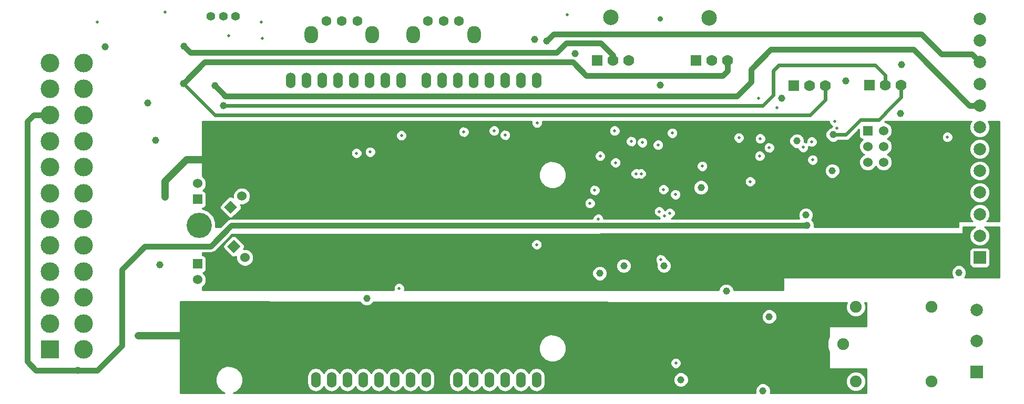
<source format=gbr>
G04 (created by PCBNEW (2013-07-07 BZR 4022)-stable) date 18/03/2014 19:28:15*
%MOIN*%
G04 Gerber Fmt 3.4, Leading zero omitted, Abs format*
%FSLAX34Y34*%
G01*
G70*
G90*
G04 APERTURE LIST*
%ADD10C,0.006*%
%ADD11C,0.0984252*%
%ADD12R,0.06X0.06*%
%ADD13C,0.06*%
%ADD14R,0.0787402X0.0787402*%
%ADD15C,0.0787402*%
%ADD16R,0.11811X0.11811*%
%ADD17C,0.11811*%
%ADD18C,0.0551181*%
%ADD19O,0.0866142X0.110236*%
%ADD20C,0.0629921*%
%ADD21C,0.075*%
%ADD22O,0.06X0.1*%
%ADD23C,0.16*%
%ADD24C,0.07*%
%ADD25R,0.07X0.07*%
%ADD26C,0.046*%
%ADD27C,0.02*%
%ADD28C,0.035*%
%ADD29C,0.036*%
%ADD30C,0.048*%
%ADD31C,0.024*%
%ADD32C,0.01*%
G04 APERTURE END LIST*
G54D10*
G54D11*
X95650Y-39550D03*
G54D12*
X105700Y-46700D03*
G54D13*
X106700Y-46700D03*
X105700Y-47700D03*
X106700Y-47700D03*
X105700Y-48700D03*
X106700Y-48700D03*
G54D14*
X112600Y-62000D03*
G54D15*
X112600Y-60031D03*
X112600Y-58062D03*
G54D14*
X112800Y-54750D03*
G54D15*
X112800Y-53372D03*
X112800Y-51994D03*
X112800Y-50616D03*
X112800Y-49238D03*
X112800Y-47860D03*
X112800Y-46482D03*
X112800Y-45104D03*
X112800Y-43726D03*
X112800Y-42348D03*
X112800Y-40970D03*
X112800Y-39592D03*
G54D16*
X53824Y-60588D03*
G54D17*
X53824Y-58935D03*
X53824Y-57281D03*
X53824Y-55628D03*
X53824Y-53974D03*
X53824Y-52321D03*
X53824Y-50667D03*
X53824Y-49014D03*
X53824Y-47360D03*
X53824Y-45707D03*
X53824Y-44053D03*
X53824Y-42400D03*
X55989Y-60588D03*
X55989Y-58935D03*
X55989Y-57281D03*
X55989Y-55628D03*
X55989Y-53974D03*
X55938Y-52321D03*
X55989Y-50667D03*
X55989Y-49014D03*
X55989Y-47360D03*
X55989Y-45707D03*
X55989Y-44053D03*
X55989Y-42400D03*
G54D18*
X65623Y-39425D03*
X64835Y-39425D03*
X64048Y-39425D03*
G54D19*
X80729Y-40616D03*
X76870Y-40616D03*
G54D20*
X78800Y-39750D03*
X79784Y-39750D03*
X77815Y-39750D03*
G54D19*
X74279Y-40616D03*
X70420Y-40616D03*
G54D20*
X72350Y-39750D03*
X73334Y-39750D03*
X71365Y-39750D03*
G54D21*
X104150Y-60250D03*
X104940Y-57890D03*
X109740Y-57890D03*
X109740Y-62610D03*
X104940Y-62610D03*
G54D22*
X84700Y-62500D03*
X84700Y-43500D03*
X83700Y-43500D03*
X82700Y-43500D03*
X81700Y-43500D03*
X80700Y-43500D03*
X79700Y-43500D03*
X78700Y-43500D03*
X77700Y-43500D03*
X76100Y-43500D03*
X75100Y-43500D03*
X74100Y-43500D03*
X73100Y-43500D03*
X72100Y-43500D03*
X71100Y-43500D03*
X70100Y-43500D03*
X69100Y-43500D03*
X83700Y-62500D03*
X82700Y-62500D03*
X81700Y-62500D03*
X80700Y-62500D03*
X79700Y-62500D03*
X77700Y-62500D03*
X76700Y-62500D03*
X75700Y-62500D03*
X74700Y-62500D03*
X73700Y-62500D03*
X72700Y-62500D03*
X71700Y-62500D03*
X70700Y-62500D03*
G54D23*
X63300Y-52700D03*
G54D12*
X63200Y-55150D03*
G54D13*
X63200Y-56150D03*
G54D10*
G36*
X65072Y-54046D02*
X65496Y-53622D01*
X65920Y-54046D01*
X65496Y-54470D01*
X65072Y-54046D01*
X65072Y-54046D01*
G37*
G54D13*
X66203Y-54753D03*
G54D12*
X63200Y-51050D03*
G54D13*
X63200Y-50050D03*
G54D10*
G36*
X65296Y-51977D02*
X64872Y-51553D01*
X65296Y-51129D01*
X65720Y-51553D01*
X65296Y-51977D01*
X65296Y-51977D01*
G37*
G54D13*
X66003Y-50846D03*
G54D11*
X89400Y-39500D03*
G54D24*
X89525Y-42250D03*
X90525Y-42250D03*
G54D25*
X88525Y-42250D03*
G54D24*
X106800Y-43800D03*
X107800Y-43800D03*
G54D25*
X105800Y-43800D03*
G54D24*
X102000Y-43825D03*
X103000Y-43825D03*
G54D25*
X101000Y-43825D03*
G54D24*
X95800Y-42250D03*
X96800Y-42250D03*
G54D25*
X94800Y-42250D03*
G54D26*
X101825Y-52700D03*
X55600Y-61900D03*
X77700Y-59325D03*
X101000Y-59650D03*
X59450Y-59700D03*
X62300Y-43700D03*
G54D27*
X56825Y-39800D03*
G54D26*
X85350Y-41000D03*
G54D28*
X88500Y-54950D03*
G54D26*
X64300Y-43850D03*
X60800Y-55200D03*
X65300Y-55450D03*
G54D27*
X91950Y-47525D03*
X90000Y-51450D03*
X108700Y-47100D03*
G54D26*
X61150Y-50900D03*
X57350Y-41375D03*
X64850Y-45100D03*
X87125Y-41800D03*
X62350Y-41350D03*
G54D27*
X93500Y-50750D03*
X84725Y-46200D03*
X98775Y-44625D03*
X84700Y-53925D03*
X74150Y-48050D03*
X73275Y-48125D03*
X93525Y-61450D03*
X88600Y-52300D03*
X88375Y-50475D03*
X67225Y-39800D03*
X67300Y-40825D03*
X76125Y-47000D03*
X82000Y-46700D03*
X93150Y-51925D03*
X92750Y-50425D03*
X80075Y-46775D03*
X88075Y-51300D03*
X82700Y-46975D03*
X92800Y-52100D03*
G54D26*
X90225Y-55275D03*
X96725Y-56875D03*
G54D27*
X92575Y-54875D03*
X86625Y-39350D03*
G54D26*
X84575Y-40900D03*
G54D27*
X93300Y-46850D03*
X91400Y-47450D03*
X90700Y-47375D03*
X102150Y-47400D03*
G54D26*
X100250Y-44650D03*
X104300Y-43550D03*
G54D27*
X88725Y-48300D03*
X89650Y-46700D03*
X95200Y-48950D03*
X99950Y-45225D03*
X92475Y-51825D03*
X89700Y-48725D03*
G54D26*
X101775Y-52050D03*
X95125Y-50300D03*
G54D27*
X110750Y-47100D03*
G54D26*
X103450Y-49250D03*
X107850Y-42500D03*
X101200Y-47350D03*
X107775Y-45600D03*
X103500Y-46950D03*
X60050Y-44950D03*
G54D27*
X61150Y-39175D03*
X75975Y-56700D03*
G54D26*
X73925Y-57325D03*
X60550Y-47300D03*
X88700Y-55750D03*
X111475Y-55700D03*
X92775Y-55275D03*
X92550Y-43800D03*
G54D28*
X92525Y-39600D03*
G54D27*
X65175Y-40675D03*
G54D26*
X99450Y-58500D03*
G54D27*
X99450Y-47775D03*
X98875Y-47200D03*
X91325Y-49425D03*
X92400Y-47600D03*
X91000Y-49425D03*
X103600Y-46100D03*
X101600Y-47750D03*
X103750Y-46550D03*
X98250Y-49925D03*
X98850Y-48300D03*
X97525Y-47150D03*
X102200Y-48550D03*
G54D26*
X93850Y-62500D03*
X99050Y-63200D03*
G54D29*
X59875Y-54025D02*
X59425Y-54475D01*
X64025Y-54025D02*
X59875Y-54025D01*
X65350Y-52700D02*
X64025Y-54025D01*
X100550Y-52700D02*
X65350Y-52700D01*
X101825Y-52700D02*
X100550Y-52700D01*
X52792Y-45707D02*
X52400Y-46100D01*
X52400Y-46100D02*
X52400Y-61350D01*
X52400Y-61350D02*
X52950Y-61900D01*
X53824Y-45707D02*
X52792Y-45707D01*
X55400Y-61900D02*
X55600Y-61900D01*
X52950Y-61900D02*
X55400Y-61900D01*
X55600Y-61900D02*
X56850Y-61900D01*
X56850Y-61900D02*
X58400Y-60350D01*
X58400Y-60350D02*
X58400Y-55500D01*
X58400Y-55500D02*
X59425Y-54475D01*
X59425Y-54475D02*
X59850Y-54050D01*
X59850Y-54050D02*
X59850Y-54050D01*
G54D30*
X59450Y-59700D02*
X63450Y-59700D01*
G54D31*
X100150Y-45700D02*
X102025Y-45700D01*
X62300Y-43700D02*
X64300Y-45700D01*
X100150Y-45700D02*
X64300Y-45700D01*
X103000Y-44725D02*
X103000Y-43825D01*
X102025Y-45700D02*
X103000Y-44725D01*
G54D29*
X96800Y-42900D02*
X96800Y-42250D01*
X96500Y-43200D02*
X96800Y-42900D01*
X63650Y-42350D02*
X87000Y-42350D01*
X62300Y-43700D02*
X63650Y-42350D01*
X87000Y-42350D02*
X87850Y-43200D01*
X87850Y-43200D02*
X96500Y-43200D01*
X112301Y-41850D02*
X112800Y-42348D01*
X110375Y-41850D02*
X112301Y-41850D01*
X109100Y-40575D02*
X110375Y-41850D01*
X85775Y-40575D02*
X109100Y-40575D01*
X85350Y-41000D02*
X85775Y-40575D01*
X64825Y-44375D02*
X64300Y-43850D01*
X64950Y-44500D02*
X64825Y-44375D01*
X97400Y-44500D02*
X64950Y-44500D01*
X98300Y-43600D02*
X97400Y-44500D01*
X98300Y-42800D02*
X98300Y-43600D01*
X99550Y-41550D02*
X98300Y-42800D01*
X108600Y-41550D02*
X99550Y-41550D01*
X112154Y-45104D02*
X108600Y-41550D01*
X112800Y-45104D02*
X112154Y-45104D01*
G54D30*
X61150Y-50900D02*
X61150Y-49900D01*
X62500Y-48550D02*
X64275Y-48550D01*
X61150Y-49900D02*
X62500Y-48550D01*
G54D31*
X100550Y-42550D02*
X106175Y-42550D01*
X99050Y-45100D02*
X99700Y-44450D01*
X99700Y-44450D02*
X99700Y-42900D01*
X99700Y-42900D02*
X100050Y-42550D01*
X100550Y-42550D02*
X100050Y-42550D01*
X64850Y-45100D02*
X99050Y-45100D01*
X106800Y-43175D02*
X106800Y-43800D01*
X106175Y-42550D02*
X106800Y-43175D01*
G54D29*
X89525Y-42250D02*
X89525Y-41900D01*
X86575Y-41150D02*
X85975Y-41750D01*
X88775Y-41150D02*
X86575Y-41150D01*
X89525Y-41900D02*
X88775Y-41150D01*
X62350Y-41350D02*
X62750Y-41750D01*
X62750Y-41750D02*
X85975Y-41750D01*
G54D31*
X101850Y-43950D02*
X102000Y-43800D01*
X106800Y-45600D02*
X106800Y-45575D01*
X104300Y-46950D02*
X105250Y-46000D01*
X105250Y-46000D02*
X106400Y-46000D01*
X106400Y-46000D02*
X106800Y-45600D01*
X103500Y-46950D02*
X104300Y-46950D01*
X107800Y-44575D02*
X107800Y-43800D01*
X106800Y-45575D02*
X107800Y-44575D01*
G54D10*
G36*
X114030Y-52450D02*
X113254Y-52450D01*
X113345Y-52359D01*
X113443Y-52122D01*
X113443Y-51866D01*
X113443Y-50488D01*
X113443Y-49110D01*
X113443Y-47732D01*
X113346Y-47496D01*
X113165Y-47314D01*
X112928Y-47216D01*
X112672Y-47216D01*
X112435Y-47314D01*
X112254Y-47495D01*
X112156Y-47731D01*
X112156Y-47987D01*
X112253Y-48224D01*
X112434Y-48405D01*
X112671Y-48503D01*
X112927Y-48504D01*
X113164Y-48406D01*
X113345Y-48225D01*
X113443Y-47988D01*
X113443Y-47732D01*
X113443Y-49110D01*
X113346Y-48874D01*
X113165Y-48692D01*
X112928Y-48594D01*
X112672Y-48594D01*
X112435Y-48692D01*
X112254Y-48873D01*
X112156Y-49109D01*
X112156Y-49365D01*
X112253Y-49602D01*
X112434Y-49783D01*
X112671Y-49881D01*
X112927Y-49882D01*
X113164Y-49784D01*
X113345Y-49603D01*
X113443Y-49366D01*
X113443Y-49110D01*
X113443Y-50488D01*
X113346Y-50251D01*
X113165Y-50070D01*
X112928Y-49972D01*
X112672Y-49972D01*
X112435Y-50070D01*
X112254Y-50251D01*
X112156Y-50487D01*
X112156Y-50743D01*
X112253Y-50980D01*
X112434Y-51161D01*
X112671Y-51259D01*
X112927Y-51259D01*
X113164Y-51162D01*
X113345Y-50981D01*
X113443Y-50744D01*
X113443Y-50488D01*
X113443Y-51866D01*
X113346Y-51629D01*
X113165Y-51448D01*
X112928Y-51350D01*
X112672Y-51350D01*
X112435Y-51448D01*
X112254Y-51628D01*
X112156Y-51865D01*
X112156Y-52121D01*
X112253Y-52358D01*
X112345Y-52450D01*
X111425Y-52450D01*
X111425Y-52800D01*
X111100Y-52800D01*
X111100Y-47030D01*
X111046Y-46902D01*
X110948Y-46803D01*
X110819Y-46750D01*
X110680Y-46749D01*
X110552Y-46803D01*
X110453Y-46901D01*
X110400Y-47030D01*
X110399Y-47169D01*
X110453Y-47298D01*
X110551Y-47396D01*
X110680Y-47449D01*
X110819Y-47450D01*
X110948Y-47396D01*
X111046Y-47298D01*
X111099Y-47169D01*
X111100Y-47030D01*
X111100Y-52800D01*
X103930Y-52800D01*
X103930Y-49154D01*
X103857Y-48978D01*
X103722Y-48843D01*
X103545Y-48770D01*
X103354Y-48769D01*
X103178Y-48842D01*
X103043Y-48977D01*
X102970Y-49154D01*
X102969Y-49345D01*
X103042Y-49521D01*
X103177Y-49656D01*
X103354Y-49729D01*
X103545Y-49730D01*
X103721Y-49657D01*
X103856Y-49522D01*
X103929Y-49345D01*
X103930Y-49154D01*
X103930Y-52800D01*
X102550Y-52800D01*
X102550Y-48480D01*
X102500Y-48359D01*
X102500Y-47330D01*
X102446Y-47202D01*
X102348Y-47103D01*
X102219Y-47050D01*
X102080Y-47049D01*
X101952Y-47103D01*
X101853Y-47201D01*
X101800Y-47330D01*
X101799Y-47454D01*
X101798Y-47453D01*
X101679Y-47404D01*
X101680Y-47254D01*
X101607Y-47078D01*
X101472Y-46943D01*
X101295Y-46870D01*
X101104Y-46869D01*
X100928Y-46942D01*
X100793Y-47077D01*
X100720Y-47254D01*
X100719Y-47445D01*
X100792Y-47621D01*
X100927Y-47756D01*
X101104Y-47829D01*
X101254Y-47830D01*
X101303Y-47948D01*
X101401Y-48046D01*
X101530Y-48099D01*
X101669Y-48100D01*
X101798Y-48046D01*
X101896Y-47948D01*
X101949Y-47819D01*
X101950Y-47695D01*
X101951Y-47696D01*
X102080Y-47749D01*
X102219Y-47750D01*
X102348Y-47696D01*
X102446Y-47598D01*
X102499Y-47469D01*
X102500Y-47330D01*
X102500Y-48359D01*
X102496Y-48352D01*
X102398Y-48253D01*
X102269Y-48200D01*
X102130Y-48199D01*
X102002Y-48253D01*
X101903Y-48351D01*
X101850Y-48480D01*
X101849Y-48619D01*
X101903Y-48748D01*
X102001Y-48846D01*
X102130Y-48899D01*
X102269Y-48900D01*
X102398Y-48846D01*
X102496Y-48748D01*
X102549Y-48619D01*
X102550Y-48480D01*
X102550Y-52800D01*
X102303Y-52800D01*
X102304Y-52795D01*
X102305Y-52604D01*
X102232Y-52428D01*
X102153Y-52350D01*
X102181Y-52322D01*
X102254Y-52145D01*
X102255Y-51954D01*
X102182Y-51778D01*
X102047Y-51643D01*
X101870Y-51570D01*
X101679Y-51569D01*
X101503Y-51642D01*
X101368Y-51777D01*
X101295Y-51954D01*
X101294Y-52145D01*
X101346Y-52270D01*
X100550Y-52270D01*
X99800Y-52270D01*
X99800Y-47705D01*
X99746Y-47577D01*
X99648Y-47478D01*
X99519Y-47425D01*
X99380Y-47424D01*
X99252Y-47478D01*
X99225Y-47505D01*
X99225Y-47130D01*
X99171Y-47002D01*
X99073Y-46903D01*
X98944Y-46850D01*
X98805Y-46849D01*
X98677Y-46903D01*
X98578Y-47001D01*
X98525Y-47130D01*
X98524Y-47269D01*
X98578Y-47398D01*
X98676Y-47496D01*
X98805Y-47549D01*
X98944Y-47550D01*
X99073Y-47496D01*
X99171Y-47398D01*
X99224Y-47269D01*
X99225Y-47130D01*
X99225Y-47505D01*
X99153Y-47576D01*
X99100Y-47705D01*
X99099Y-47844D01*
X99153Y-47973D01*
X99251Y-48071D01*
X99380Y-48124D01*
X99519Y-48125D01*
X99648Y-48071D01*
X99746Y-47973D01*
X99799Y-47844D01*
X99800Y-47705D01*
X99800Y-52270D01*
X99200Y-52270D01*
X99200Y-48230D01*
X99146Y-48102D01*
X99048Y-48003D01*
X98919Y-47950D01*
X98780Y-47949D01*
X98652Y-48003D01*
X98553Y-48101D01*
X98500Y-48230D01*
X98499Y-48369D01*
X98553Y-48498D01*
X98651Y-48596D01*
X98780Y-48649D01*
X98919Y-48650D01*
X99048Y-48596D01*
X99146Y-48498D01*
X99199Y-48369D01*
X99200Y-48230D01*
X99200Y-52270D01*
X98600Y-52270D01*
X98600Y-49855D01*
X98546Y-49727D01*
X98448Y-49628D01*
X98319Y-49575D01*
X98180Y-49574D01*
X98052Y-49628D01*
X97953Y-49726D01*
X97900Y-49855D01*
X97899Y-49994D01*
X97953Y-50123D01*
X98051Y-50221D01*
X98180Y-50274D01*
X98319Y-50275D01*
X98448Y-50221D01*
X98546Y-50123D01*
X98599Y-49994D01*
X98600Y-49855D01*
X98600Y-52270D01*
X97875Y-52270D01*
X97875Y-47080D01*
X97821Y-46952D01*
X97723Y-46853D01*
X97594Y-46800D01*
X97455Y-46799D01*
X97327Y-46853D01*
X97228Y-46951D01*
X97175Y-47080D01*
X97174Y-47219D01*
X97228Y-47348D01*
X97326Y-47446D01*
X97455Y-47499D01*
X97594Y-47500D01*
X97723Y-47446D01*
X97821Y-47348D01*
X97874Y-47219D01*
X97875Y-47080D01*
X97875Y-52270D01*
X95605Y-52270D01*
X95605Y-50204D01*
X95550Y-50071D01*
X95550Y-48880D01*
X95496Y-48752D01*
X95398Y-48653D01*
X95269Y-48600D01*
X95130Y-48599D01*
X95002Y-48653D01*
X94903Y-48751D01*
X94850Y-48880D01*
X94849Y-49019D01*
X94903Y-49148D01*
X95001Y-49246D01*
X95130Y-49299D01*
X95269Y-49300D01*
X95398Y-49246D01*
X95496Y-49148D01*
X95549Y-49019D01*
X95550Y-48880D01*
X95550Y-50071D01*
X95532Y-50028D01*
X95397Y-49893D01*
X95220Y-49820D01*
X95029Y-49819D01*
X94853Y-49892D01*
X94718Y-50027D01*
X94645Y-50204D01*
X94644Y-50395D01*
X94717Y-50571D01*
X94852Y-50706D01*
X95029Y-50779D01*
X95220Y-50780D01*
X95396Y-50707D01*
X95531Y-50572D01*
X95604Y-50395D01*
X95605Y-50204D01*
X95605Y-52270D01*
X93850Y-52270D01*
X93850Y-50680D01*
X93796Y-50552D01*
X93698Y-50453D01*
X93650Y-50433D01*
X93650Y-46780D01*
X93596Y-46652D01*
X93498Y-46553D01*
X93369Y-46500D01*
X93230Y-46499D01*
X93102Y-46553D01*
X93003Y-46651D01*
X92950Y-46780D01*
X92949Y-46919D01*
X93003Y-47048D01*
X93101Y-47146D01*
X93230Y-47199D01*
X93369Y-47200D01*
X93498Y-47146D01*
X93596Y-47048D01*
X93649Y-46919D01*
X93650Y-46780D01*
X93650Y-50433D01*
X93569Y-50400D01*
X93430Y-50399D01*
X93302Y-50453D01*
X93203Y-50551D01*
X93150Y-50680D01*
X93149Y-50819D01*
X93203Y-50948D01*
X93301Y-51046D01*
X93430Y-51099D01*
X93569Y-51100D01*
X93698Y-51046D01*
X93796Y-50948D01*
X93849Y-50819D01*
X93850Y-50680D01*
X93850Y-52270D01*
X93231Y-52270D01*
X93348Y-52221D01*
X93446Y-52123D01*
X93499Y-51994D01*
X93500Y-51855D01*
X93446Y-51727D01*
X93348Y-51628D01*
X93219Y-51575D01*
X93100Y-51574D01*
X93100Y-50355D01*
X93046Y-50227D01*
X92948Y-50128D01*
X92819Y-50075D01*
X92750Y-50074D01*
X92750Y-47530D01*
X92696Y-47402D01*
X92598Y-47303D01*
X92469Y-47250D01*
X92330Y-47249D01*
X92202Y-47303D01*
X92103Y-47401D01*
X92050Y-47530D01*
X92049Y-47669D01*
X92103Y-47798D01*
X92201Y-47896D01*
X92330Y-47949D01*
X92469Y-47950D01*
X92598Y-47896D01*
X92696Y-47798D01*
X92749Y-47669D01*
X92750Y-47530D01*
X92750Y-50074D01*
X92680Y-50074D01*
X92552Y-50128D01*
X92453Y-50226D01*
X92400Y-50355D01*
X92399Y-50494D01*
X92453Y-50623D01*
X92551Y-50721D01*
X92680Y-50774D01*
X92819Y-50775D01*
X92948Y-50721D01*
X93046Y-50623D01*
X93099Y-50494D01*
X93100Y-50355D01*
X93100Y-51574D01*
X93080Y-51574D01*
X92952Y-51628D01*
X92853Y-51726D01*
X92843Y-51750D01*
X92822Y-51750D01*
X92771Y-51627D01*
X92673Y-51528D01*
X92544Y-51475D01*
X92405Y-51474D01*
X92277Y-51528D01*
X92178Y-51626D01*
X92125Y-51755D01*
X92124Y-51894D01*
X92178Y-52023D01*
X92276Y-52121D01*
X92405Y-52174D01*
X92452Y-52174D01*
X92491Y-52270D01*
X91750Y-52270D01*
X91750Y-47380D01*
X91696Y-47252D01*
X91598Y-47153D01*
X91469Y-47100D01*
X91330Y-47099D01*
X91202Y-47153D01*
X91103Y-47251D01*
X91050Y-47380D01*
X91050Y-47305D01*
X90996Y-47177D01*
X90898Y-47078D01*
X90769Y-47025D01*
X90630Y-47024D01*
X90502Y-47078D01*
X90403Y-47176D01*
X90350Y-47305D01*
X90349Y-47444D01*
X90403Y-47573D01*
X90501Y-47671D01*
X90630Y-47724D01*
X90769Y-47725D01*
X90898Y-47671D01*
X90996Y-47573D01*
X91049Y-47444D01*
X91050Y-47305D01*
X91050Y-47380D01*
X91049Y-47519D01*
X91103Y-47648D01*
X91201Y-47746D01*
X91330Y-47799D01*
X91469Y-47800D01*
X91598Y-47746D01*
X91696Y-47648D01*
X91749Y-47519D01*
X91750Y-47380D01*
X91750Y-52270D01*
X91675Y-52270D01*
X91675Y-49355D01*
X91621Y-49227D01*
X91523Y-49128D01*
X91394Y-49075D01*
X91255Y-49074D01*
X91162Y-49113D01*
X91069Y-49075D01*
X90930Y-49074D01*
X90802Y-49128D01*
X90703Y-49226D01*
X90650Y-49355D01*
X90649Y-49494D01*
X90703Y-49623D01*
X90801Y-49721D01*
X90930Y-49774D01*
X91069Y-49775D01*
X91162Y-49736D01*
X91255Y-49774D01*
X91394Y-49775D01*
X91523Y-49721D01*
X91621Y-49623D01*
X91674Y-49494D01*
X91675Y-49355D01*
X91675Y-52270D01*
X90050Y-52270D01*
X90050Y-48655D01*
X90000Y-48534D01*
X90000Y-46630D01*
X89946Y-46502D01*
X89848Y-46403D01*
X89719Y-46350D01*
X89580Y-46349D01*
X89452Y-46403D01*
X89353Y-46501D01*
X89300Y-46630D01*
X89299Y-46769D01*
X89353Y-46898D01*
X89451Y-46996D01*
X89580Y-47049D01*
X89719Y-47050D01*
X89848Y-46996D01*
X89946Y-46898D01*
X89999Y-46769D01*
X90000Y-46630D01*
X90000Y-48534D01*
X89996Y-48527D01*
X89898Y-48428D01*
X89769Y-48375D01*
X89630Y-48374D01*
X89502Y-48428D01*
X89403Y-48526D01*
X89350Y-48655D01*
X89349Y-48794D01*
X89403Y-48923D01*
X89501Y-49021D01*
X89630Y-49074D01*
X89769Y-49075D01*
X89898Y-49021D01*
X89996Y-48923D01*
X90049Y-48794D01*
X90050Y-48655D01*
X90050Y-52270D01*
X89075Y-52270D01*
X89075Y-48230D01*
X89021Y-48102D01*
X88923Y-48003D01*
X88794Y-47950D01*
X88655Y-47949D01*
X88527Y-48003D01*
X88428Y-48101D01*
X88375Y-48230D01*
X88374Y-48369D01*
X88428Y-48498D01*
X88526Y-48596D01*
X88655Y-48649D01*
X88794Y-48650D01*
X88923Y-48596D01*
X89021Y-48498D01*
X89074Y-48369D01*
X89075Y-48230D01*
X89075Y-52270D01*
X88950Y-52270D01*
X88950Y-52230D01*
X88896Y-52102D01*
X88798Y-52003D01*
X88725Y-51972D01*
X88725Y-50405D01*
X88671Y-50277D01*
X88573Y-50178D01*
X88444Y-50125D01*
X88305Y-50124D01*
X88177Y-50178D01*
X88078Y-50276D01*
X88025Y-50405D01*
X88024Y-50544D01*
X88078Y-50673D01*
X88176Y-50771D01*
X88305Y-50824D01*
X88444Y-50825D01*
X88573Y-50771D01*
X88671Y-50673D01*
X88724Y-50544D01*
X88725Y-50405D01*
X88725Y-51972D01*
X88669Y-51950D01*
X88530Y-51949D01*
X88425Y-51993D01*
X88425Y-51230D01*
X88371Y-51102D01*
X88273Y-51003D01*
X88144Y-50950D01*
X88005Y-50949D01*
X87877Y-51003D01*
X87778Y-51101D01*
X87725Y-51230D01*
X87724Y-51369D01*
X87778Y-51498D01*
X87876Y-51596D01*
X88005Y-51649D01*
X88144Y-51650D01*
X88273Y-51596D01*
X88371Y-51498D01*
X88424Y-51369D01*
X88425Y-51230D01*
X88425Y-51993D01*
X88402Y-52003D01*
X88303Y-52101D01*
X88250Y-52230D01*
X88250Y-52270D01*
X86575Y-52270D01*
X86575Y-49326D01*
X86442Y-49005D01*
X86196Y-48758D01*
X85874Y-48625D01*
X85526Y-48624D01*
X85205Y-48757D01*
X84958Y-49003D01*
X84825Y-49325D01*
X84824Y-49673D01*
X84957Y-49995D01*
X85203Y-50241D01*
X85525Y-50374D01*
X85873Y-50375D01*
X86195Y-50242D01*
X86441Y-49996D01*
X86574Y-49674D01*
X86575Y-49326D01*
X86575Y-52270D01*
X83050Y-52270D01*
X83050Y-46905D01*
X82996Y-46777D01*
X82898Y-46678D01*
X82769Y-46625D01*
X82630Y-46624D01*
X82502Y-46678D01*
X82403Y-46776D01*
X82350Y-46905D01*
X82350Y-46630D01*
X82296Y-46502D01*
X82198Y-46403D01*
X82069Y-46350D01*
X81930Y-46349D01*
X81802Y-46403D01*
X81703Y-46501D01*
X81650Y-46630D01*
X81649Y-46769D01*
X81703Y-46898D01*
X81801Y-46996D01*
X81930Y-47049D01*
X82069Y-47050D01*
X82198Y-46996D01*
X82296Y-46898D01*
X82349Y-46769D01*
X82350Y-46630D01*
X82350Y-46905D01*
X82349Y-47044D01*
X82403Y-47173D01*
X82501Y-47271D01*
X82630Y-47324D01*
X82769Y-47325D01*
X82898Y-47271D01*
X82996Y-47173D01*
X83049Y-47044D01*
X83050Y-46905D01*
X83050Y-52270D01*
X80425Y-52270D01*
X80425Y-46705D01*
X80371Y-46577D01*
X80273Y-46478D01*
X80144Y-46425D01*
X80005Y-46424D01*
X79877Y-46478D01*
X79778Y-46576D01*
X79725Y-46705D01*
X79724Y-46844D01*
X79778Y-46973D01*
X79876Y-47071D01*
X80005Y-47124D01*
X80144Y-47125D01*
X80273Y-47071D01*
X80371Y-46973D01*
X80424Y-46844D01*
X80425Y-46705D01*
X80425Y-52270D01*
X76475Y-52270D01*
X76475Y-46930D01*
X76421Y-46802D01*
X76323Y-46703D01*
X76194Y-46650D01*
X76055Y-46649D01*
X75927Y-46703D01*
X75828Y-46801D01*
X75775Y-46930D01*
X75774Y-47069D01*
X75828Y-47198D01*
X75926Y-47296D01*
X76055Y-47349D01*
X76194Y-47350D01*
X76323Y-47296D01*
X76421Y-47198D01*
X76474Y-47069D01*
X76475Y-46930D01*
X76475Y-52270D01*
X74500Y-52270D01*
X74500Y-47980D01*
X74446Y-47852D01*
X74348Y-47753D01*
X74219Y-47700D01*
X74080Y-47699D01*
X73952Y-47753D01*
X73853Y-47851D01*
X73800Y-47980D01*
X73799Y-48119D01*
X73853Y-48248D01*
X73951Y-48346D01*
X74080Y-48399D01*
X74219Y-48400D01*
X74348Y-48346D01*
X74446Y-48248D01*
X74499Y-48119D01*
X74500Y-47980D01*
X74500Y-52270D01*
X73625Y-52270D01*
X73625Y-48055D01*
X73571Y-47927D01*
X73473Y-47828D01*
X73344Y-47775D01*
X73205Y-47774D01*
X73077Y-47828D01*
X72978Y-47926D01*
X72925Y-48055D01*
X72924Y-48194D01*
X72978Y-48323D01*
X73076Y-48421D01*
X73205Y-48474D01*
X73344Y-48475D01*
X73473Y-48421D01*
X73571Y-48323D01*
X73624Y-48194D01*
X73625Y-48055D01*
X73625Y-52270D01*
X66553Y-52270D01*
X66553Y-50737D01*
X66470Y-50535D01*
X66315Y-50380D01*
X66113Y-50296D01*
X65894Y-50296D01*
X65692Y-50379D01*
X65537Y-50534D01*
X65453Y-50736D01*
X65453Y-50932D01*
X65438Y-50917D01*
X65346Y-50879D01*
X65246Y-50879D01*
X65155Y-50917D01*
X65084Y-50987D01*
X64660Y-51411D01*
X64622Y-51503D01*
X64622Y-51603D01*
X64660Y-51694D01*
X64730Y-51765D01*
X65154Y-52189D01*
X65246Y-52227D01*
X65345Y-52227D01*
X65437Y-52189D01*
X65508Y-52119D01*
X65932Y-51695D01*
X65970Y-51603D01*
X65970Y-51504D01*
X65932Y-51412D01*
X65917Y-51396D01*
X66112Y-51396D01*
X66314Y-51312D01*
X66469Y-51158D01*
X66553Y-50956D01*
X66553Y-50737D01*
X66553Y-52270D01*
X65350Y-52270D01*
X65185Y-52302D01*
X65045Y-52395D01*
X64641Y-52800D01*
X64349Y-52800D01*
X64350Y-52492D01*
X64190Y-52106D01*
X63895Y-51810D01*
X63509Y-51650D01*
X63500Y-51650D01*
X63500Y-51600D01*
X63549Y-51600D01*
X63641Y-51562D01*
X63711Y-51491D01*
X63749Y-51399D01*
X63750Y-51300D01*
X63750Y-50700D01*
X63712Y-50608D01*
X63641Y-50538D01*
X63549Y-50500D01*
X63527Y-50500D01*
X63665Y-50361D01*
X63749Y-50159D01*
X63750Y-49941D01*
X63666Y-49738D01*
X63511Y-49584D01*
X63500Y-49579D01*
X63500Y-46100D01*
X84387Y-46100D01*
X84375Y-46130D01*
X84374Y-46269D01*
X84428Y-46398D01*
X84526Y-46496D01*
X84655Y-46549D01*
X84794Y-46550D01*
X84923Y-46496D01*
X85021Y-46398D01*
X85074Y-46269D01*
X85075Y-46130D01*
X85062Y-46100D01*
X103249Y-46100D01*
X103249Y-46169D01*
X103303Y-46298D01*
X103401Y-46396D01*
X103429Y-46408D01*
X103404Y-46470D01*
X103228Y-46542D01*
X103093Y-46677D01*
X103020Y-46854D01*
X103019Y-47045D01*
X103092Y-47221D01*
X103227Y-47356D01*
X103404Y-47429D01*
X103595Y-47430D01*
X103771Y-47357D01*
X103808Y-47320D01*
X104300Y-47320D01*
X104441Y-47291D01*
X104561Y-47211D01*
X105149Y-46623D01*
X105149Y-47049D01*
X105187Y-47141D01*
X105258Y-47211D01*
X105350Y-47249D01*
X105372Y-47249D01*
X105234Y-47388D01*
X105150Y-47590D01*
X105149Y-47808D01*
X105233Y-48011D01*
X105388Y-48165D01*
X105469Y-48199D01*
X105388Y-48233D01*
X105234Y-48388D01*
X105150Y-48590D01*
X105149Y-48808D01*
X105233Y-49011D01*
X105388Y-49165D01*
X105590Y-49249D01*
X105808Y-49250D01*
X106011Y-49166D01*
X106165Y-49011D01*
X106199Y-48930D01*
X106233Y-49011D01*
X106388Y-49165D01*
X106590Y-49249D01*
X106808Y-49250D01*
X107011Y-49166D01*
X107165Y-49011D01*
X107249Y-48809D01*
X107250Y-48591D01*
X107166Y-48388D01*
X107011Y-48234D01*
X106930Y-48200D01*
X107011Y-48166D01*
X107165Y-48011D01*
X107249Y-47809D01*
X107250Y-47591D01*
X107166Y-47388D01*
X107011Y-47234D01*
X106930Y-47200D01*
X107011Y-47166D01*
X107165Y-47011D01*
X107249Y-46809D01*
X107250Y-46591D01*
X107166Y-46388D01*
X107011Y-46234D01*
X106809Y-46150D01*
X106773Y-46150D01*
X106823Y-46100D01*
X112271Y-46100D01*
X112254Y-46117D01*
X112156Y-46353D01*
X112156Y-46609D01*
X112253Y-46846D01*
X112434Y-47027D01*
X112671Y-47125D01*
X112927Y-47126D01*
X113164Y-47028D01*
X113345Y-46847D01*
X113443Y-46610D01*
X113443Y-46354D01*
X113346Y-46118D01*
X113327Y-46100D01*
X114030Y-46100D01*
X114030Y-52450D01*
X114030Y-52450D01*
G37*
G54D32*
X114030Y-52450D02*
X113254Y-52450D01*
X113345Y-52359D01*
X113443Y-52122D01*
X113443Y-51866D01*
X113443Y-50488D01*
X113443Y-49110D01*
X113443Y-47732D01*
X113346Y-47496D01*
X113165Y-47314D01*
X112928Y-47216D01*
X112672Y-47216D01*
X112435Y-47314D01*
X112254Y-47495D01*
X112156Y-47731D01*
X112156Y-47987D01*
X112253Y-48224D01*
X112434Y-48405D01*
X112671Y-48503D01*
X112927Y-48504D01*
X113164Y-48406D01*
X113345Y-48225D01*
X113443Y-47988D01*
X113443Y-47732D01*
X113443Y-49110D01*
X113346Y-48874D01*
X113165Y-48692D01*
X112928Y-48594D01*
X112672Y-48594D01*
X112435Y-48692D01*
X112254Y-48873D01*
X112156Y-49109D01*
X112156Y-49365D01*
X112253Y-49602D01*
X112434Y-49783D01*
X112671Y-49881D01*
X112927Y-49882D01*
X113164Y-49784D01*
X113345Y-49603D01*
X113443Y-49366D01*
X113443Y-49110D01*
X113443Y-50488D01*
X113346Y-50251D01*
X113165Y-50070D01*
X112928Y-49972D01*
X112672Y-49972D01*
X112435Y-50070D01*
X112254Y-50251D01*
X112156Y-50487D01*
X112156Y-50743D01*
X112253Y-50980D01*
X112434Y-51161D01*
X112671Y-51259D01*
X112927Y-51259D01*
X113164Y-51162D01*
X113345Y-50981D01*
X113443Y-50744D01*
X113443Y-50488D01*
X113443Y-51866D01*
X113346Y-51629D01*
X113165Y-51448D01*
X112928Y-51350D01*
X112672Y-51350D01*
X112435Y-51448D01*
X112254Y-51628D01*
X112156Y-51865D01*
X112156Y-52121D01*
X112253Y-52358D01*
X112345Y-52450D01*
X111425Y-52450D01*
X111425Y-52800D01*
X111100Y-52800D01*
X111100Y-47030D01*
X111046Y-46902D01*
X110948Y-46803D01*
X110819Y-46750D01*
X110680Y-46749D01*
X110552Y-46803D01*
X110453Y-46901D01*
X110400Y-47030D01*
X110399Y-47169D01*
X110453Y-47298D01*
X110551Y-47396D01*
X110680Y-47449D01*
X110819Y-47450D01*
X110948Y-47396D01*
X111046Y-47298D01*
X111099Y-47169D01*
X111100Y-47030D01*
X111100Y-52800D01*
X103930Y-52800D01*
X103930Y-49154D01*
X103857Y-48978D01*
X103722Y-48843D01*
X103545Y-48770D01*
X103354Y-48769D01*
X103178Y-48842D01*
X103043Y-48977D01*
X102970Y-49154D01*
X102969Y-49345D01*
X103042Y-49521D01*
X103177Y-49656D01*
X103354Y-49729D01*
X103545Y-49730D01*
X103721Y-49657D01*
X103856Y-49522D01*
X103929Y-49345D01*
X103930Y-49154D01*
X103930Y-52800D01*
X102550Y-52800D01*
X102550Y-48480D01*
X102500Y-48359D01*
X102500Y-47330D01*
X102446Y-47202D01*
X102348Y-47103D01*
X102219Y-47050D01*
X102080Y-47049D01*
X101952Y-47103D01*
X101853Y-47201D01*
X101800Y-47330D01*
X101799Y-47454D01*
X101798Y-47453D01*
X101679Y-47404D01*
X101680Y-47254D01*
X101607Y-47078D01*
X101472Y-46943D01*
X101295Y-46870D01*
X101104Y-46869D01*
X100928Y-46942D01*
X100793Y-47077D01*
X100720Y-47254D01*
X100719Y-47445D01*
X100792Y-47621D01*
X100927Y-47756D01*
X101104Y-47829D01*
X101254Y-47830D01*
X101303Y-47948D01*
X101401Y-48046D01*
X101530Y-48099D01*
X101669Y-48100D01*
X101798Y-48046D01*
X101896Y-47948D01*
X101949Y-47819D01*
X101950Y-47695D01*
X101951Y-47696D01*
X102080Y-47749D01*
X102219Y-47750D01*
X102348Y-47696D01*
X102446Y-47598D01*
X102499Y-47469D01*
X102500Y-47330D01*
X102500Y-48359D01*
X102496Y-48352D01*
X102398Y-48253D01*
X102269Y-48200D01*
X102130Y-48199D01*
X102002Y-48253D01*
X101903Y-48351D01*
X101850Y-48480D01*
X101849Y-48619D01*
X101903Y-48748D01*
X102001Y-48846D01*
X102130Y-48899D01*
X102269Y-48900D01*
X102398Y-48846D01*
X102496Y-48748D01*
X102549Y-48619D01*
X102550Y-48480D01*
X102550Y-52800D01*
X102303Y-52800D01*
X102304Y-52795D01*
X102305Y-52604D01*
X102232Y-52428D01*
X102153Y-52350D01*
X102181Y-52322D01*
X102254Y-52145D01*
X102255Y-51954D01*
X102182Y-51778D01*
X102047Y-51643D01*
X101870Y-51570D01*
X101679Y-51569D01*
X101503Y-51642D01*
X101368Y-51777D01*
X101295Y-51954D01*
X101294Y-52145D01*
X101346Y-52270D01*
X100550Y-52270D01*
X99800Y-52270D01*
X99800Y-47705D01*
X99746Y-47577D01*
X99648Y-47478D01*
X99519Y-47425D01*
X99380Y-47424D01*
X99252Y-47478D01*
X99225Y-47505D01*
X99225Y-47130D01*
X99171Y-47002D01*
X99073Y-46903D01*
X98944Y-46850D01*
X98805Y-46849D01*
X98677Y-46903D01*
X98578Y-47001D01*
X98525Y-47130D01*
X98524Y-47269D01*
X98578Y-47398D01*
X98676Y-47496D01*
X98805Y-47549D01*
X98944Y-47550D01*
X99073Y-47496D01*
X99171Y-47398D01*
X99224Y-47269D01*
X99225Y-47130D01*
X99225Y-47505D01*
X99153Y-47576D01*
X99100Y-47705D01*
X99099Y-47844D01*
X99153Y-47973D01*
X99251Y-48071D01*
X99380Y-48124D01*
X99519Y-48125D01*
X99648Y-48071D01*
X99746Y-47973D01*
X99799Y-47844D01*
X99800Y-47705D01*
X99800Y-52270D01*
X99200Y-52270D01*
X99200Y-48230D01*
X99146Y-48102D01*
X99048Y-48003D01*
X98919Y-47950D01*
X98780Y-47949D01*
X98652Y-48003D01*
X98553Y-48101D01*
X98500Y-48230D01*
X98499Y-48369D01*
X98553Y-48498D01*
X98651Y-48596D01*
X98780Y-48649D01*
X98919Y-48650D01*
X99048Y-48596D01*
X99146Y-48498D01*
X99199Y-48369D01*
X99200Y-48230D01*
X99200Y-52270D01*
X98600Y-52270D01*
X98600Y-49855D01*
X98546Y-49727D01*
X98448Y-49628D01*
X98319Y-49575D01*
X98180Y-49574D01*
X98052Y-49628D01*
X97953Y-49726D01*
X97900Y-49855D01*
X97899Y-49994D01*
X97953Y-50123D01*
X98051Y-50221D01*
X98180Y-50274D01*
X98319Y-50275D01*
X98448Y-50221D01*
X98546Y-50123D01*
X98599Y-49994D01*
X98600Y-49855D01*
X98600Y-52270D01*
X97875Y-52270D01*
X97875Y-47080D01*
X97821Y-46952D01*
X97723Y-46853D01*
X97594Y-46800D01*
X97455Y-46799D01*
X97327Y-46853D01*
X97228Y-46951D01*
X97175Y-47080D01*
X97174Y-47219D01*
X97228Y-47348D01*
X97326Y-47446D01*
X97455Y-47499D01*
X97594Y-47500D01*
X97723Y-47446D01*
X97821Y-47348D01*
X97874Y-47219D01*
X97875Y-47080D01*
X97875Y-52270D01*
X95605Y-52270D01*
X95605Y-50204D01*
X95550Y-50071D01*
X95550Y-48880D01*
X95496Y-48752D01*
X95398Y-48653D01*
X95269Y-48600D01*
X95130Y-48599D01*
X95002Y-48653D01*
X94903Y-48751D01*
X94850Y-48880D01*
X94849Y-49019D01*
X94903Y-49148D01*
X95001Y-49246D01*
X95130Y-49299D01*
X95269Y-49300D01*
X95398Y-49246D01*
X95496Y-49148D01*
X95549Y-49019D01*
X95550Y-48880D01*
X95550Y-50071D01*
X95532Y-50028D01*
X95397Y-49893D01*
X95220Y-49820D01*
X95029Y-49819D01*
X94853Y-49892D01*
X94718Y-50027D01*
X94645Y-50204D01*
X94644Y-50395D01*
X94717Y-50571D01*
X94852Y-50706D01*
X95029Y-50779D01*
X95220Y-50780D01*
X95396Y-50707D01*
X95531Y-50572D01*
X95604Y-50395D01*
X95605Y-50204D01*
X95605Y-52270D01*
X93850Y-52270D01*
X93850Y-50680D01*
X93796Y-50552D01*
X93698Y-50453D01*
X93650Y-50433D01*
X93650Y-46780D01*
X93596Y-46652D01*
X93498Y-46553D01*
X93369Y-46500D01*
X93230Y-46499D01*
X93102Y-46553D01*
X93003Y-46651D01*
X92950Y-46780D01*
X92949Y-46919D01*
X93003Y-47048D01*
X93101Y-47146D01*
X93230Y-47199D01*
X93369Y-47200D01*
X93498Y-47146D01*
X93596Y-47048D01*
X93649Y-46919D01*
X93650Y-46780D01*
X93650Y-50433D01*
X93569Y-50400D01*
X93430Y-50399D01*
X93302Y-50453D01*
X93203Y-50551D01*
X93150Y-50680D01*
X93149Y-50819D01*
X93203Y-50948D01*
X93301Y-51046D01*
X93430Y-51099D01*
X93569Y-51100D01*
X93698Y-51046D01*
X93796Y-50948D01*
X93849Y-50819D01*
X93850Y-50680D01*
X93850Y-52270D01*
X93231Y-52270D01*
X93348Y-52221D01*
X93446Y-52123D01*
X93499Y-51994D01*
X93500Y-51855D01*
X93446Y-51727D01*
X93348Y-51628D01*
X93219Y-51575D01*
X93100Y-51574D01*
X93100Y-50355D01*
X93046Y-50227D01*
X92948Y-50128D01*
X92819Y-50075D01*
X92750Y-50074D01*
X92750Y-47530D01*
X92696Y-47402D01*
X92598Y-47303D01*
X92469Y-47250D01*
X92330Y-47249D01*
X92202Y-47303D01*
X92103Y-47401D01*
X92050Y-47530D01*
X92049Y-47669D01*
X92103Y-47798D01*
X92201Y-47896D01*
X92330Y-47949D01*
X92469Y-47950D01*
X92598Y-47896D01*
X92696Y-47798D01*
X92749Y-47669D01*
X92750Y-47530D01*
X92750Y-50074D01*
X92680Y-50074D01*
X92552Y-50128D01*
X92453Y-50226D01*
X92400Y-50355D01*
X92399Y-50494D01*
X92453Y-50623D01*
X92551Y-50721D01*
X92680Y-50774D01*
X92819Y-50775D01*
X92948Y-50721D01*
X93046Y-50623D01*
X93099Y-50494D01*
X93100Y-50355D01*
X93100Y-51574D01*
X93080Y-51574D01*
X92952Y-51628D01*
X92853Y-51726D01*
X92843Y-51750D01*
X92822Y-51750D01*
X92771Y-51627D01*
X92673Y-51528D01*
X92544Y-51475D01*
X92405Y-51474D01*
X92277Y-51528D01*
X92178Y-51626D01*
X92125Y-51755D01*
X92124Y-51894D01*
X92178Y-52023D01*
X92276Y-52121D01*
X92405Y-52174D01*
X92452Y-52174D01*
X92491Y-52270D01*
X91750Y-52270D01*
X91750Y-47380D01*
X91696Y-47252D01*
X91598Y-47153D01*
X91469Y-47100D01*
X91330Y-47099D01*
X91202Y-47153D01*
X91103Y-47251D01*
X91050Y-47380D01*
X91050Y-47305D01*
X90996Y-47177D01*
X90898Y-47078D01*
X90769Y-47025D01*
X90630Y-47024D01*
X90502Y-47078D01*
X90403Y-47176D01*
X90350Y-47305D01*
X90349Y-47444D01*
X90403Y-47573D01*
X90501Y-47671D01*
X90630Y-47724D01*
X90769Y-47725D01*
X90898Y-47671D01*
X90996Y-47573D01*
X91049Y-47444D01*
X91050Y-47305D01*
X91050Y-47380D01*
X91049Y-47519D01*
X91103Y-47648D01*
X91201Y-47746D01*
X91330Y-47799D01*
X91469Y-47800D01*
X91598Y-47746D01*
X91696Y-47648D01*
X91749Y-47519D01*
X91750Y-47380D01*
X91750Y-52270D01*
X91675Y-52270D01*
X91675Y-49355D01*
X91621Y-49227D01*
X91523Y-49128D01*
X91394Y-49075D01*
X91255Y-49074D01*
X91162Y-49113D01*
X91069Y-49075D01*
X90930Y-49074D01*
X90802Y-49128D01*
X90703Y-49226D01*
X90650Y-49355D01*
X90649Y-49494D01*
X90703Y-49623D01*
X90801Y-49721D01*
X90930Y-49774D01*
X91069Y-49775D01*
X91162Y-49736D01*
X91255Y-49774D01*
X91394Y-49775D01*
X91523Y-49721D01*
X91621Y-49623D01*
X91674Y-49494D01*
X91675Y-49355D01*
X91675Y-52270D01*
X90050Y-52270D01*
X90050Y-48655D01*
X90000Y-48534D01*
X90000Y-46630D01*
X89946Y-46502D01*
X89848Y-46403D01*
X89719Y-46350D01*
X89580Y-46349D01*
X89452Y-46403D01*
X89353Y-46501D01*
X89300Y-46630D01*
X89299Y-46769D01*
X89353Y-46898D01*
X89451Y-46996D01*
X89580Y-47049D01*
X89719Y-47050D01*
X89848Y-46996D01*
X89946Y-46898D01*
X89999Y-46769D01*
X90000Y-46630D01*
X90000Y-48534D01*
X89996Y-48527D01*
X89898Y-48428D01*
X89769Y-48375D01*
X89630Y-48374D01*
X89502Y-48428D01*
X89403Y-48526D01*
X89350Y-48655D01*
X89349Y-48794D01*
X89403Y-48923D01*
X89501Y-49021D01*
X89630Y-49074D01*
X89769Y-49075D01*
X89898Y-49021D01*
X89996Y-48923D01*
X90049Y-48794D01*
X90050Y-48655D01*
X90050Y-52270D01*
X89075Y-52270D01*
X89075Y-48230D01*
X89021Y-48102D01*
X88923Y-48003D01*
X88794Y-47950D01*
X88655Y-47949D01*
X88527Y-48003D01*
X88428Y-48101D01*
X88375Y-48230D01*
X88374Y-48369D01*
X88428Y-48498D01*
X88526Y-48596D01*
X88655Y-48649D01*
X88794Y-48650D01*
X88923Y-48596D01*
X89021Y-48498D01*
X89074Y-48369D01*
X89075Y-48230D01*
X89075Y-52270D01*
X88950Y-52270D01*
X88950Y-52230D01*
X88896Y-52102D01*
X88798Y-52003D01*
X88725Y-51972D01*
X88725Y-50405D01*
X88671Y-50277D01*
X88573Y-50178D01*
X88444Y-50125D01*
X88305Y-50124D01*
X88177Y-50178D01*
X88078Y-50276D01*
X88025Y-50405D01*
X88024Y-50544D01*
X88078Y-50673D01*
X88176Y-50771D01*
X88305Y-50824D01*
X88444Y-50825D01*
X88573Y-50771D01*
X88671Y-50673D01*
X88724Y-50544D01*
X88725Y-50405D01*
X88725Y-51972D01*
X88669Y-51950D01*
X88530Y-51949D01*
X88425Y-51993D01*
X88425Y-51230D01*
X88371Y-51102D01*
X88273Y-51003D01*
X88144Y-50950D01*
X88005Y-50949D01*
X87877Y-51003D01*
X87778Y-51101D01*
X87725Y-51230D01*
X87724Y-51369D01*
X87778Y-51498D01*
X87876Y-51596D01*
X88005Y-51649D01*
X88144Y-51650D01*
X88273Y-51596D01*
X88371Y-51498D01*
X88424Y-51369D01*
X88425Y-51230D01*
X88425Y-51993D01*
X88402Y-52003D01*
X88303Y-52101D01*
X88250Y-52230D01*
X88250Y-52270D01*
X86575Y-52270D01*
X86575Y-49326D01*
X86442Y-49005D01*
X86196Y-48758D01*
X85874Y-48625D01*
X85526Y-48624D01*
X85205Y-48757D01*
X84958Y-49003D01*
X84825Y-49325D01*
X84824Y-49673D01*
X84957Y-49995D01*
X85203Y-50241D01*
X85525Y-50374D01*
X85873Y-50375D01*
X86195Y-50242D01*
X86441Y-49996D01*
X86574Y-49674D01*
X86575Y-49326D01*
X86575Y-52270D01*
X83050Y-52270D01*
X83050Y-46905D01*
X82996Y-46777D01*
X82898Y-46678D01*
X82769Y-46625D01*
X82630Y-46624D01*
X82502Y-46678D01*
X82403Y-46776D01*
X82350Y-46905D01*
X82350Y-46630D01*
X82296Y-46502D01*
X82198Y-46403D01*
X82069Y-46350D01*
X81930Y-46349D01*
X81802Y-46403D01*
X81703Y-46501D01*
X81650Y-46630D01*
X81649Y-46769D01*
X81703Y-46898D01*
X81801Y-46996D01*
X81930Y-47049D01*
X82069Y-47050D01*
X82198Y-46996D01*
X82296Y-46898D01*
X82349Y-46769D01*
X82350Y-46630D01*
X82350Y-46905D01*
X82349Y-47044D01*
X82403Y-47173D01*
X82501Y-47271D01*
X82630Y-47324D01*
X82769Y-47325D01*
X82898Y-47271D01*
X82996Y-47173D01*
X83049Y-47044D01*
X83050Y-46905D01*
X83050Y-52270D01*
X80425Y-52270D01*
X80425Y-46705D01*
X80371Y-46577D01*
X80273Y-46478D01*
X80144Y-46425D01*
X80005Y-46424D01*
X79877Y-46478D01*
X79778Y-46576D01*
X79725Y-46705D01*
X79724Y-46844D01*
X79778Y-46973D01*
X79876Y-47071D01*
X80005Y-47124D01*
X80144Y-47125D01*
X80273Y-47071D01*
X80371Y-46973D01*
X80424Y-46844D01*
X80425Y-46705D01*
X80425Y-52270D01*
X76475Y-52270D01*
X76475Y-46930D01*
X76421Y-46802D01*
X76323Y-46703D01*
X76194Y-46650D01*
X76055Y-46649D01*
X75927Y-46703D01*
X75828Y-46801D01*
X75775Y-46930D01*
X75774Y-47069D01*
X75828Y-47198D01*
X75926Y-47296D01*
X76055Y-47349D01*
X76194Y-47350D01*
X76323Y-47296D01*
X76421Y-47198D01*
X76474Y-47069D01*
X76475Y-46930D01*
X76475Y-52270D01*
X74500Y-52270D01*
X74500Y-47980D01*
X74446Y-47852D01*
X74348Y-47753D01*
X74219Y-47700D01*
X74080Y-47699D01*
X73952Y-47753D01*
X73853Y-47851D01*
X73800Y-47980D01*
X73799Y-48119D01*
X73853Y-48248D01*
X73951Y-48346D01*
X74080Y-48399D01*
X74219Y-48400D01*
X74348Y-48346D01*
X74446Y-48248D01*
X74499Y-48119D01*
X74500Y-47980D01*
X74500Y-52270D01*
X73625Y-52270D01*
X73625Y-48055D01*
X73571Y-47927D01*
X73473Y-47828D01*
X73344Y-47775D01*
X73205Y-47774D01*
X73077Y-47828D01*
X72978Y-47926D01*
X72925Y-48055D01*
X72924Y-48194D01*
X72978Y-48323D01*
X73076Y-48421D01*
X73205Y-48474D01*
X73344Y-48475D01*
X73473Y-48421D01*
X73571Y-48323D01*
X73624Y-48194D01*
X73625Y-48055D01*
X73625Y-52270D01*
X66553Y-52270D01*
X66553Y-50737D01*
X66470Y-50535D01*
X66315Y-50380D01*
X66113Y-50296D01*
X65894Y-50296D01*
X65692Y-50379D01*
X65537Y-50534D01*
X65453Y-50736D01*
X65453Y-50932D01*
X65438Y-50917D01*
X65346Y-50879D01*
X65246Y-50879D01*
X65155Y-50917D01*
X65084Y-50987D01*
X64660Y-51411D01*
X64622Y-51503D01*
X64622Y-51603D01*
X64660Y-51694D01*
X64730Y-51765D01*
X65154Y-52189D01*
X65246Y-52227D01*
X65345Y-52227D01*
X65437Y-52189D01*
X65508Y-52119D01*
X65932Y-51695D01*
X65970Y-51603D01*
X65970Y-51504D01*
X65932Y-51412D01*
X65917Y-51396D01*
X66112Y-51396D01*
X66314Y-51312D01*
X66469Y-51158D01*
X66553Y-50956D01*
X66553Y-50737D01*
X66553Y-52270D01*
X65350Y-52270D01*
X65185Y-52302D01*
X65045Y-52395D01*
X64641Y-52800D01*
X64349Y-52800D01*
X64350Y-52492D01*
X64190Y-52106D01*
X63895Y-51810D01*
X63509Y-51650D01*
X63500Y-51650D01*
X63500Y-51600D01*
X63549Y-51600D01*
X63641Y-51562D01*
X63711Y-51491D01*
X63749Y-51399D01*
X63750Y-51300D01*
X63750Y-50700D01*
X63712Y-50608D01*
X63641Y-50538D01*
X63549Y-50500D01*
X63527Y-50500D01*
X63665Y-50361D01*
X63749Y-50159D01*
X63750Y-49941D01*
X63666Y-49738D01*
X63511Y-49584D01*
X63500Y-49579D01*
X63500Y-46100D01*
X84387Y-46100D01*
X84375Y-46130D01*
X84374Y-46269D01*
X84428Y-46398D01*
X84526Y-46496D01*
X84655Y-46549D01*
X84794Y-46550D01*
X84923Y-46496D01*
X85021Y-46398D01*
X85074Y-46269D01*
X85075Y-46130D01*
X85062Y-46100D01*
X103249Y-46100D01*
X103249Y-46169D01*
X103303Y-46298D01*
X103401Y-46396D01*
X103429Y-46408D01*
X103404Y-46470D01*
X103228Y-46542D01*
X103093Y-46677D01*
X103020Y-46854D01*
X103019Y-47045D01*
X103092Y-47221D01*
X103227Y-47356D01*
X103404Y-47429D01*
X103595Y-47430D01*
X103771Y-47357D01*
X103808Y-47320D01*
X104300Y-47320D01*
X104441Y-47291D01*
X104561Y-47211D01*
X105149Y-46623D01*
X105149Y-47049D01*
X105187Y-47141D01*
X105258Y-47211D01*
X105350Y-47249D01*
X105372Y-47249D01*
X105234Y-47388D01*
X105150Y-47590D01*
X105149Y-47808D01*
X105233Y-48011D01*
X105388Y-48165D01*
X105469Y-48199D01*
X105388Y-48233D01*
X105234Y-48388D01*
X105150Y-48590D01*
X105149Y-48808D01*
X105233Y-49011D01*
X105388Y-49165D01*
X105590Y-49249D01*
X105808Y-49250D01*
X106011Y-49166D01*
X106165Y-49011D01*
X106199Y-48930D01*
X106233Y-49011D01*
X106388Y-49165D01*
X106590Y-49249D01*
X106808Y-49250D01*
X107011Y-49166D01*
X107165Y-49011D01*
X107249Y-48809D01*
X107250Y-48591D01*
X107166Y-48388D01*
X107011Y-48234D01*
X106930Y-48200D01*
X107011Y-48166D01*
X107165Y-48011D01*
X107249Y-47809D01*
X107250Y-47591D01*
X107166Y-47388D01*
X107011Y-47234D01*
X106930Y-47200D01*
X107011Y-47166D01*
X107165Y-47011D01*
X107249Y-46809D01*
X107250Y-46591D01*
X107166Y-46388D01*
X107011Y-46234D01*
X106809Y-46150D01*
X106773Y-46150D01*
X106823Y-46100D01*
X112271Y-46100D01*
X112254Y-46117D01*
X112156Y-46353D01*
X112156Y-46609D01*
X112253Y-46846D01*
X112434Y-47027D01*
X112671Y-47125D01*
X112927Y-47126D01*
X113164Y-47028D01*
X113345Y-46847D01*
X113443Y-46610D01*
X113443Y-46354D01*
X113346Y-46118D01*
X113327Y-46100D01*
X114030Y-46100D01*
X114030Y-52450D01*
G54D10*
G36*
X114030Y-56000D02*
X113443Y-56000D01*
X113443Y-55094D01*
X113443Y-54306D01*
X113405Y-54214D01*
X113335Y-54144D01*
X113243Y-54106D01*
X113144Y-54106D01*
X112356Y-54106D01*
X112264Y-54144D01*
X112194Y-54214D01*
X112156Y-54306D01*
X112156Y-54405D01*
X112156Y-55193D01*
X112194Y-55285D01*
X112264Y-55355D01*
X112356Y-55393D01*
X112455Y-55393D01*
X113243Y-55393D01*
X113335Y-55355D01*
X113405Y-55285D01*
X113443Y-55193D01*
X113443Y-55094D01*
X113443Y-56000D01*
X111853Y-56000D01*
X111881Y-55972D01*
X111954Y-55795D01*
X111955Y-55604D01*
X111882Y-55428D01*
X111747Y-55293D01*
X111570Y-55220D01*
X111379Y-55219D01*
X111203Y-55292D01*
X111068Y-55427D01*
X110995Y-55604D01*
X110994Y-55795D01*
X111067Y-55971D01*
X111096Y-56000D01*
X100350Y-56000D01*
X100350Y-56800D01*
X97205Y-56800D01*
X97205Y-56779D01*
X97132Y-56603D01*
X96997Y-56468D01*
X96820Y-56395D01*
X96629Y-56394D01*
X96453Y-56467D01*
X96318Y-56602D01*
X96245Y-56779D01*
X96245Y-56800D01*
X93255Y-56800D01*
X93255Y-55179D01*
X93182Y-55003D01*
X93047Y-54868D01*
X92925Y-54817D01*
X92925Y-54805D01*
X92871Y-54677D01*
X92773Y-54578D01*
X92644Y-54525D01*
X92505Y-54524D01*
X92377Y-54578D01*
X92278Y-54676D01*
X92225Y-54805D01*
X92224Y-54944D01*
X92278Y-55073D01*
X92321Y-55116D01*
X92295Y-55179D01*
X92294Y-55370D01*
X92367Y-55546D01*
X92502Y-55681D01*
X92679Y-55754D01*
X92870Y-55755D01*
X93046Y-55682D01*
X93181Y-55547D01*
X93254Y-55370D01*
X93255Y-55179D01*
X93255Y-56800D01*
X90705Y-56800D01*
X90705Y-55179D01*
X90632Y-55003D01*
X90497Y-54868D01*
X90320Y-54795D01*
X90129Y-54794D01*
X89953Y-54867D01*
X89818Y-55002D01*
X89745Y-55179D01*
X89744Y-55370D01*
X89817Y-55546D01*
X89952Y-55681D01*
X90129Y-55754D01*
X90320Y-55755D01*
X90496Y-55682D01*
X90631Y-55547D01*
X90704Y-55370D01*
X90705Y-55179D01*
X90705Y-56800D01*
X89180Y-56800D01*
X89180Y-55654D01*
X89107Y-55478D01*
X88972Y-55343D01*
X88795Y-55270D01*
X88604Y-55269D01*
X88428Y-55342D01*
X88293Y-55477D01*
X88220Y-55654D01*
X88219Y-55845D01*
X88292Y-56021D01*
X88427Y-56156D01*
X88604Y-56229D01*
X88795Y-56230D01*
X88971Y-56157D01*
X89106Y-56022D01*
X89179Y-55845D01*
X89180Y-55654D01*
X89180Y-56800D01*
X85050Y-56800D01*
X85050Y-53855D01*
X84996Y-53727D01*
X84898Y-53628D01*
X84769Y-53575D01*
X84630Y-53574D01*
X84502Y-53628D01*
X84403Y-53726D01*
X84350Y-53855D01*
X84349Y-53994D01*
X84403Y-54123D01*
X84501Y-54221D01*
X84630Y-54274D01*
X84769Y-54275D01*
X84898Y-54221D01*
X84996Y-54123D01*
X85049Y-53994D01*
X85050Y-53855D01*
X85050Y-56800D01*
X76312Y-56800D01*
X76324Y-56769D01*
X76325Y-56630D01*
X76271Y-56502D01*
X76173Y-56403D01*
X76044Y-56350D01*
X75905Y-56349D01*
X75777Y-56403D01*
X75678Y-56501D01*
X75625Y-56630D01*
X75624Y-56769D01*
X75637Y-56800D01*
X66753Y-56800D01*
X66753Y-54644D01*
X66670Y-54442D01*
X66515Y-54287D01*
X66313Y-54203D01*
X66117Y-54203D01*
X66132Y-54188D01*
X66170Y-54096D01*
X66170Y-53996D01*
X66132Y-53905D01*
X66062Y-53834D01*
X65638Y-53410D01*
X65546Y-53372D01*
X65446Y-53372D01*
X65355Y-53410D01*
X65284Y-53480D01*
X64860Y-53904D01*
X64822Y-53996D01*
X64822Y-54095D01*
X64860Y-54187D01*
X64930Y-54258D01*
X65354Y-54682D01*
X65446Y-54720D01*
X65545Y-54720D01*
X65637Y-54682D01*
X65653Y-54667D01*
X65653Y-54862D01*
X65737Y-55064D01*
X65891Y-55219D01*
X66093Y-55303D01*
X66312Y-55303D01*
X66514Y-55220D01*
X66669Y-55065D01*
X66753Y-54863D01*
X66753Y-54644D01*
X66753Y-56800D01*
X63500Y-56800D01*
X63500Y-56621D01*
X63511Y-56616D01*
X63665Y-56461D01*
X63749Y-56259D01*
X63750Y-56041D01*
X63666Y-55838D01*
X63527Y-55700D01*
X63549Y-55700D01*
X63641Y-55662D01*
X63711Y-55591D01*
X63749Y-55499D01*
X63750Y-55400D01*
X63750Y-54800D01*
X63712Y-54708D01*
X63641Y-54638D01*
X63549Y-54600D01*
X63500Y-54600D01*
X63500Y-54455D01*
X64025Y-54455D01*
X64189Y-54422D01*
X64329Y-54329D01*
X65385Y-53273D01*
X111725Y-53227D01*
X111725Y-52800D01*
X112498Y-52800D01*
X112435Y-52826D01*
X112254Y-53006D01*
X112156Y-53243D01*
X112156Y-53499D01*
X112253Y-53736D01*
X112434Y-53917D01*
X112671Y-54015D01*
X112927Y-54015D01*
X113164Y-53918D01*
X113345Y-53737D01*
X113443Y-53500D01*
X113443Y-53244D01*
X113346Y-53007D01*
X113165Y-52826D01*
X113100Y-52800D01*
X114030Y-52800D01*
X114030Y-56000D01*
X114030Y-56000D01*
G37*
G54D32*
X114030Y-56000D02*
X113443Y-56000D01*
X113443Y-55094D01*
X113443Y-54306D01*
X113405Y-54214D01*
X113335Y-54144D01*
X113243Y-54106D01*
X113144Y-54106D01*
X112356Y-54106D01*
X112264Y-54144D01*
X112194Y-54214D01*
X112156Y-54306D01*
X112156Y-54405D01*
X112156Y-55193D01*
X112194Y-55285D01*
X112264Y-55355D01*
X112356Y-55393D01*
X112455Y-55393D01*
X113243Y-55393D01*
X113335Y-55355D01*
X113405Y-55285D01*
X113443Y-55193D01*
X113443Y-55094D01*
X113443Y-56000D01*
X111853Y-56000D01*
X111881Y-55972D01*
X111954Y-55795D01*
X111955Y-55604D01*
X111882Y-55428D01*
X111747Y-55293D01*
X111570Y-55220D01*
X111379Y-55219D01*
X111203Y-55292D01*
X111068Y-55427D01*
X110995Y-55604D01*
X110994Y-55795D01*
X111067Y-55971D01*
X111096Y-56000D01*
X100350Y-56000D01*
X100350Y-56800D01*
X97205Y-56800D01*
X97205Y-56779D01*
X97132Y-56603D01*
X96997Y-56468D01*
X96820Y-56395D01*
X96629Y-56394D01*
X96453Y-56467D01*
X96318Y-56602D01*
X96245Y-56779D01*
X96245Y-56800D01*
X93255Y-56800D01*
X93255Y-55179D01*
X93182Y-55003D01*
X93047Y-54868D01*
X92925Y-54817D01*
X92925Y-54805D01*
X92871Y-54677D01*
X92773Y-54578D01*
X92644Y-54525D01*
X92505Y-54524D01*
X92377Y-54578D01*
X92278Y-54676D01*
X92225Y-54805D01*
X92224Y-54944D01*
X92278Y-55073D01*
X92321Y-55116D01*
X92295Y-55179D01*
X92294Y-55370D01*
X92367Y-55546D01*
X92502Y-55681D01*
X92679Y-55754D01*
X92870Y-55755D01*
X93046Y-55682D01*
X93181Y-55547D01*
X93254Y-55370D01*
X93255Y-55179D01*
X93255Y-56800D01*
X90705Y-56800D01*
X90705Y-55179D01*
X90632Y-55003D01*
X90497Y-54868D01*
X90320Y-54795D01*
X90129Y-54794D01*
X89953Y-54867D01*
X89818Y-55002D01*
X89745Y-55179D01*
X89744Y-55370D01*
X89817Y-55546D01*
X89952Y-55681D01*
X90129Y-55754D01*
X90320Y-55755D01*
X90496Y-55682D01*
X90631Y-55547D01*
X90704Y-55370D01*
X90705Y-55179D01*
X90705Y-56800D01*
X89180Y-56800D01*
X89180Y-55654D01*
X89107Y-55478D01*
X88972Y-55343D01*
X88795Y-55270D01*
X88604Y-55269D01*
X88428Y-55342D01*
X88293Y-55477D01*
X88220Y-55654D01*
X88219Y-55845D01*
X88292Y-56021D01*
X88427Y-56156D01*
X88604Y-56229D01*
X88795Y-56230D01*
X88971Y-56157D01*
X89106Y-56022D01*
X89179Y-55845D01*
X89180Y-55654D01*
X89180Y-56800D01*
X85050Y-56800D01*
X85050Y-53855D01*
X84996Y-53727D01*
X84898Y-53628D01*
X84769Y-53575D01*
X84630Y-53574D01*
X84502Y-53628D01*
X84403Y-53726D01*
X84350Y-53855D01*
X84349Y-53994D01*
X84403Y-54123D01*
X84501Y-54221D01*
X84630Y-54274D01*
X84769Y-54275D01*
X84898Y-54221D01*
X84996Y-54123D01*
X85049Y-53994D01*
X85050Y-53855D01*
X85050Y-56800D01*
X76312Y-56800D01*
X76324Y-56769D01*
X76325Y-56630D01*
X76271Y-56502D01*
X76173Y-56403D01*
X76044Y-56350D01*
X75905Y-56349D01*
X75777Y-56403D01*
X75678Y-56501D01*
X75625Y-56630D01*
X75624Y-56769D01*
X75637Y-56800D01*
X66753Y-56800D01*
X66753Y-54644D01*
X66670Y-54442D01*
X66515Y-54287D01*
X66313Y-54203D01*
X66117Y-54203D01*
X66132Y-54188D01*
X66170Y-54096D01*
X66170Y-53996D01*
X66132Y-53905D01*
X66062Y-53834D01*
X65638Y-53410D01*
X65546Y-53372D01*
X65446Y-53372D01*
X65355Y-53410D01*
X65284Y-53480D01*
X64860Y-53904D01*
X64822Y-53996D01*
X64822Y-54095D01*
X64860Y-54187D01*
X64930Y-54258D01*
X65354Y-54682D01*
X65446Y-54720D01*
X65545Y-54720D01*
X65637Y-54682D01*
X65653Y-54667D01*
X65653Y-54862D01*
X65737Y-55064D01*
X65891Y-55219D01*
X66093Y-55303D01*
X66312Y-55303D01*
X66514Y-55220D01*
X66669Y-55065D01*
X66753Y-54863D01*
X66753Y-54644D01*
X66753Y-56800D01*
X63500Y-56800D01*
X63500Y-56621D01*
X63511Y-56616D01*
X63665Y-56461D01*
X63749Y-56259D01*
X63750Y-56041D01*
X63666Y-55838D01*
X63527Y-55700D01*
X63549Y-55700D01*
X63641Y-55662D01*
X63711Y-55591D01*
X63749Y-55499D01*
X63750Y-55400D01*
X63750Y-54800D01*
X63712Y-54708D01*
X63641Y-54638D01*
X63549Y-54600D01*
X63500Y-54600D01*
X63500Y-54455D01*
X64025Y-54455D01*
X64189Y-54422D01*
X64329Y-54329D01*
X65385Y-53273D01*
X111725Y-53227D01*
X111725Y-52800D01*
X112498Y-52800D01*
X112435Y-52826D01*
X112254Y-53006D01*
X112156Y-53243D01*
X112156Y-53499D01*
X112253Y-53736D01*
X112434Y-53917D01*
X112671Y-54015D01*
X112927Y-54015D01*
X113164Y-53918D01*
X113345Y-53737D01*
X113443Y-53500D01*
X113443Y-53244D01*
X113346Y-53007D01*
X113165Y-52826D01*
X113100Y-52800D01*
X114030Y-52800D01*
X114030Y-56000D01*
G54D10*
G36*
X105600Y-63330D02*
X105565Y-63330D01*
X105565Y-62486D01*
X105470Y-62256D01*
X105294Y-62080D01*
X105064Y-61985D01*
X104816Y-61984D01*
X104586Y-62079D01*
X104410Y-62255D01*
X104315Y-62485D01*
X104314Y-62733D01*
X104409Y-62963D01*
X104585Y-63139D01*
X104815Y-63234D01*
X105063Y-63235D01*
X105293Y-63140D01*
X105469Y-62964D01*
X105564Y-62734D01*
X105565Y-62486D01*
X105565Y-63330D01*
X99930Y-63330D01*
X99930Y-58404D01*
X99857Y-58228D01*
X99722Y-58093D01*
X99545Y-58020D01*
X99354Y-58019D01*
X99178Y-58092D01*
X99043Y-58227D01*
X98970Y-58404D01*
X98969Y-58595D01*
X99042Y-58771D01*
X99177Y-58906D01*
X99354Y-58979D01*
X99545Y-58980D01*
X99721Y-58907D01*
X99856Y-58772D01*
X99929Y-58595D01*
X99930Y-58404D01*
X99930Y-63330D01*
X99515Y-63330D01*
X99529Y-63295D01*
X99530Y-63104D01*
X99457Y-62928D01*
X99322Y-62793D01*
X99145Y-62720D01*
X98954Y-62719D01*
X98778Y-62792D01*
X98643Y-62927D01*
X98570Y-63104D01*
X98569Y-63295D01*
X98584Y-63330D01*
X94330Y-63330D01*
X94330Y-62404D01*
X94257Y-62228D01*
X94122Y-62093D01*
X93945Y-62020D01*
X93875Y-62020D01*
X93875Y-61380D01*
X93821Y-61252D01*
X93723Y-61153D01*
X93594Y-61100D01*
X93455Y-61099D01*
X93327Y-61153D01*
X93228Y-61251D01*
X93175Y-61380D01*
X93174Y-61519D01*
X93228Y-61648D01*
X93326Y-61746D01*
X93455Y-61799D01*
X93594Y-61800D01*
X93723Y-61746D01*
X93821Y-61648D01*
X93874Y-61519D01*
X93875Y-61380D01*
X93875Y-62020D01*
X93754Y-62019D01*
X93578Y-62092D01*
X93443Y-62227D01*
X93370Y-62404D01*
X93369Y-62595D01*
X93442Y-62771D01*
X93577Y-62906D01*
X93754Y-62979D01*
X93945Y-62980D01*
X94121Y-62907D01*
X94256Y-62772D01*
X94329Y-62595D01*
X94330Y-62404D01*
X94330Y-63330D01*
X86575Y-63330D01*
X86575Y-60326D01*
X86442Y-60005D01*
X86196Y-59758D01*
X85874Y-59625D01*
X85526Y-59624D01*
X85205Y-59757D01*
X84958Y-60003D01*
X84825Y-60325D01*
X84824Y-60673D01*
X84957Y-60995D01*
X85203Y-61241D01*
X85525Y-61374D01*
X85873Y-61375D01*
X86195Y-61242D01*
X86441Y-60996D01*
X86574Y-60674D01*
X86575Y-60326D01*
X86575Y-63330D01*
X85250Y-63330D01*
X85250Y-62714D01*
X85250Y-62285D01*
X85208Y-62074D01*
X85088Y-61896D01*
X84910Y-61777D01*
X84700Y-61735D01*
X84489Y-61777D01*
X84311Y-61896D01*
X84200Y-62062D01*
X84088Y-61896D01*
X83910Y-61777D01*
X83700Y-61735D01*
X83489Y-61777D01*
X83311Y-61896D01*
X83200Y-62062D01*
X83088Y-61896D01*
X82910Y-61777D01*
X82700Y-61735D01*
X82489Y-61777D01*
X82311Y-61896D01*
X82200Y-62062D01*
X82088Y-61896D01*
X81910Y-61777D01*
X81700Y-61735D01*
X81489Y-61777D01*
X81311Y-61896D01*
X81200Y-62062D01*
X81088Y-61896D01*
X80910Y-61777D01*
X80700Y-61735D01*
X80489Y-61777D01*
X80311Y-61896D01*
X80200Y-62062D01*
X80088Y-61896D01*
X79910Y-61777D01*
X79700Y-61735D01*
X79489Y-61777D01*
X79311Y-61896D01*
X79191Y-62074D01*
X79150Y-62285D01*
X79150Y-62714D01*
X79191Y-62925D01*
X79311Y-63103D01*
X79489Y-63222D01*
X79700Y-63264D01*
X79910Y-63222D01*
X80088Y-63103D01*
X80200Y-62937D01*
X80311Y-63103D01*
X80489Y-63222D01*
X80700Y-63264D01*
X80910Y-63222D01*
X81088Y-63103D01*
X81200Y-62937D01*
X81311Y-63103D01*
X81489Y-63222D01*
X81700Y-63264D01*
X81910Y-63222D01*
X82088Y-63103D01*
X82200Y-62937D01*
X82311Y-63103D01*
X82489Y-63222D01*
X82700Y-63264D01*
X82910Y-63222D01*
X83088Y-63103D01*
X83200Y-62937D01*
X83311Y-63103D01*
X83489Y-63222D01*
X83700Y-63264D01*
X83910Y-63222D01*
X84088Y-63103D01*
X84200Y-62937D01*
X84311Y-63103D01*
X84489Y-63222D01*
X84700Y-63264D01*
X84910Y-63222D01*
X85088Y-63103D01*
X85208Y-62925D01*
X85250Y-62714D01*
X85250Y-63330D01*
X78250Y-63330D01*
X78250Y-62714D01*
X78250Y-62285D01*
X78208Y-62074D01*
X78088Y-61896D01*
X77910Y-61777D01*
X77700Y-61735D01*
X77489Y-61777D01*
X77311Y-61896D01*
X77200Y-62062D01*
X77088Y-61896D01*
X76910Y-61777D01*
X76700Y-61735D01*
X76489Y-61777D01*
X76311Y-61896D01*
X76200Y-62062D01*
X76088Y-61896D01*
X75910Y-61777D01*
X75700Y-61735D01*
X75489Y-61777D01*
X75311Y-61896D01*
X75200Y-62062D01*
X75088Y-61896D01*
X74910Y-61777D01*
X74700Y-61735D01*
X74489Y-61777D01*
X74311Y-61896D01*
X74200Y-62062D01*
X74088Y-61896D01*
X73910Y-61777D01*
X73700Y-61735D01*
X73489Y-61777D01*
X73311Y-61896D01*
X73200Y-62062D01*
X73088Y-61896D01*
X72910Y-61777D01*
X72700Y-61735D01*
X72489Y-61777D01*
X72311Y-61896D01*
X72200Y-62062D01*
X72088Y-61896D01*
X71910Y-61777D01*
X71700Y-61735D01*
X71489Y-61777D01*
X71311Y-61896D01*
X71200Y-62062D01*
X71088Y-61896D01*
X70910Y-61777D01*
X70700Y-61735D01*
X70489Y-61777D01*
X70311Y-61896D01*
X70191Y-62074D01*
X70150Y-62285D01*
X70150Y-62714D01*
X70191Y-62925D01*
X70311Y-63103D01*
X70489Y-63222D01*
X70700Y-63264D01*
X70910Y-63222D01*
X71088Y-63103D01*
X71200Y-62937D01*
X71311Y-63103D01*
X71489Y-63222D01*
X71700Y-63264D01*
X71910Y-63222D01*
X72088Y-63103D01*
X72200Y-62937D01*
X72311Y-63103D01*
X72489Y-63222D01*
X72700Y-63264D01*
X72910Y-63222D01*
X73088Y-63103D01*
X73200Y-62937D01*
X73311Y-63103D01*
X73489Y-63222D01*
X73700Y-63264D01*
X73910Y-63222D01*
X74088Y-63103D01*
X74200Y-62937D01*
X74311Y-63103D01*
X74489Y-63222D01*
X74700Y-63264D01*
X74910Y-63222D01*
X75088Y-63103D01*
X75200Y-62937D01*
X75311Y-63103D01*
X75489Y-63222D01*
X75700Y-63264D01*
X75910Y-63222D01*
X76088Y-63103D01*
X76200Y-62937D01*
X76311Y-63103D01*
X76489Y-63222D01*
X76700Y-63264D01*
X76910Y-63222D01*
X77088Y-63103D01*
X77200Y-62937D01*
X77311Y-63103D01*
X77489Y-63222D01*
X77700Y-63264D01*
X77910Y-63222D01*
X78088Y-63103D01*
X78208Y-62925D01*
X78250Y-62714D01*
X78250Y-63330D01*
X65481Y-63330D01*
X65695Y-63242D01*
X65941Y-62996D01*
X66074Y-62674D01*
X66075Y-62326D01*
X65942Y-62005D01*
X65696Y-61758D01*
X65374Y-61625D01*
X65026Y-61624D01*
X64705Y-61757D01*
X64458Y-62003D01*
X64325Y-62325D01*
X64324Y-62673D01*
X64457Y-62995D01*
X64703Y-63241D01*
X64917Y-63330D01*
X62100Y-63330D01*
X62100Y-57550D01*
X73504Y-57563D01*
X73517Y-57596D01*
X73652Y-57731D01*
X73829Y-57804D01*
X74020Y-57805D01*
X74196Y-57732D01*
X74331Y-57597D01*
X74345Y-57564D01*
X104384Y-57598D01*
X104315Y-57765D01*
X104314Y-58013D01*
X104409Y-58243D01*
X104585Y-58419D01*
X104815Y-58514D01*
X105063Y-58515D01*
X105293Y-58420D01*
X105469Y-58244D01*
X105564Y-58014D01*
X105565Y-57766D01*
X105496Y-57599D01*
X105600Y-57599D01*
X105600Y-59100D01*
X103250Y-59100D01*
X103250Y-59744D01*
X103125Y-60045D01*
X103124Y-60452D01*
X103250Y-60755D01*
X103250Y-61800D01*
X105600Y-61800D01*
X105600Y-63330D01*
X105600Y-63330D01*
G37*
G54D32*
X105600Y-63330D02*
X105565Y-63330D01*
X105565Y-62486D01*
X105470Y-62256D01*
X105294Y-62080D01*
X105064Y-61985D01*
X104816Y-61984D01*
X104586Y-62079D01*
X104410Y-62255D01*
X104315Y-62485D01*
X104314Y-62733D01*
X104409Y-62963D01*
X104585Y-63139D01*
X104815Y-63234D01*
X105063Y-63235D01*
X105293Y-63140D01*
X105469Y-62964D01*
X105564Y-62734D01*
X105565Y-62486D01*
X105565Y-63330D01*
X99930Y-63330D01*
X99930Y-58404D01*
X99857Y-58228D01*
X99722Y-58093D01*
X99545Y-58020D01*
X99354Y-58019D01*
X99178Y-58092D01*
X99043Y-58227D01*
X98970Y-58404D01*
X98969Y-58595D01*
X99042Y-58771D01*
X99177Y-58906D01*
X99354Y-58979D01*
X99545Y-58980D01*
X99721Y-58907D01*
X99856Y-58772D01*
X99929Y-58595D01*
X99930Y-58404D01*
X99930Y-63330D01*
X99515Y-63330D01*
X99529Y-63295D01*
X99530Y-63104D01*
X99457Y-62928D01*
X99322Y-62793D01*
X99145Y-62720D01*
X98954Y-62719D01*
X98778Y-62792D01*
X98643Y-62927D01*
X98570Y-63104D01*
X98569Y-63295D01*
X98584Y-63330D01*
X94330Y-63330D01*
X94330Y-62404D01*
X94257Y-62228D01*
X94122Y-62093D01*
X93945Y-62020D01*
X93875Y-62020D01*
X93875Y-61380D01*
X93821Y-61252D01*
X93723Y-61153D01*
X93594Y-61100D01*
X93455Y-61099D01*
X93327Y-61153D01*
X93228Y-61251D01*
X93175Y-61380D01*
X93174Y-61519D01*
X93228Y-61648D01*
X93326Y-61746D01*
X93455Y-61799D01*
X93594Y-61800D01*
X93723Y-61746D01*
X93821Y-61648D01*
X93874Y-61519D01*
X93875Y-61380D01*
X93875Y-62020D01*
X93754Y-62019D01*
X93578Y-62092D01*
X93443Y-62227D01*
X93370Y-62404D01*
X93369Y-62595D01*
X93442Y-62771D01*
X93577Y-62906D01*
X93754Y-62979D01*
X93945Y-62980D01*
X94121Y-62907D01*
X94256Y-62772D01*
X94329Y-62595D01*
X94330Y-62404D01*
X94330Y-63330D01*
X86575Y-63330D01*
X86575Y-60326D01*
X86442Y-60005D01*
X86196Y-59758D01*
X85874Y-59625D01*
X85526Y-59624D01*
X85205Y-59757D01*
X84958Y-60003D01*
X84825Y-60325D01*
X84824Y-60673D01*
X84957Y-60995D01*
X85203Y-61241D01*
X85525Y-61374D01*
X85873Y-61375D01*
X86195Y-61242D01*
X86441Y-60996D01*
X86574Y-60674D01*
X86575Y-60326D01*
X86575Y-63330D01*
X85250Y-63330D01*
X85250Y-62714D01*
X85250Y-62285D01*
X85208Y-62074D01*
X85088Y-61896D01*
X84910Y-61777D01*
X84700Y-61735D01*
X84489Y-61777D01*
X84311Y-61896D01*
X84200Y-62062D01*
X84088Y-61896D01*
X83910Y-61777D01*
X83700Y-61735D01*
X83489Y-61777D01*
X83311Y-61896D01*
X83200Y-62062D01*
X83088Y-61896D01*
X82910Y-61777D01*
X82700Y-61735D01*
X82489Y-61777D01*
X82311Y-61896D01*
X82200Y-62062D01*
X82088Y-61896D01*
X81910Y-61777D01*
X81700Y-61735D01*
X81489Y-61777D01*
X81311Y-61896D01*
X81200Y-62062D01*
X81088Y-61896D01*
X80910Y-61777D01*
X80700Y-61735D01*
X80489Y-61777D01*
X80311Y-61896D01*
X80200Y-62062D01*
X80088Y-61896D01*
X79910Y-61777D01*
X79700Y-61735D01*
X79489Y-61777D01*
X79311Y-61896D01*
X79191Y-62074D01*
X79150Y-62285D01*
X79150Y-62714D01*
X79191Y-62925D01*
X79311Y-63103D01*
X79489Y-63222D01*
X79700Y-63264D01*
X79910Y-63222D01*
X80088Y-63103D01*
X80200Y-62937D01*
X80311Y-63103D01*
X80489Y-63222D01*
X80700Y-63264D01*
X80910Y-63222D01*
X81088Y-63103D01*
X81200Y-62937D01*
X81311Y-63103D01*
X81489Y-63222D01*
X81700Y-63264D01*
X81910Y-63222D01*
X82088Y-63103D01*
X82200Y-62937D01*
X82311Y-63103D01*
X82489Y-63222D01*
X82700Y-63264D01*
X82910Y-63222D01*
X83088Y-63103D01*
X83200Y-62937D01*
X83311Y-63103D01*
X83489Y-63222D01*
X83700Y-63264D01*
X83910Y-63222D01*
X84088Y-63103D01*
X84200Y-62937D01*
X84311Y-63103D01*
X84489Y-63222D01*
X84700Y-63264D01*
X84910Y-63222D01*
X85088Y-63103D01*
X85208Y-62925D01*
X85250Y-62714D01*
X85250Y-63330D01*
X78250Y-63330D01*
X78250Y-62714D01*
X78250Y-62285D01*
X78208Y-62074D01*
X78088Y-61896D01*
X77910Y-61777D01*
X77700Y-61735D01*
X77489Y-61777D01*
X77311Y-61896D01*
X77200Y-62062D01*
X77088Y-61896D01*
X76910Y-61777D01*
X76700Y-61735D01*
X76489Y-61777D01*
X76311Y-61896D01*
X76200Y-62062D01*
X76088Y-61896D01*
X75910Y-61777D01*
X75700Y-61735D01*
X75489Y-61777D01*
X75311Y-61896D01*
X75200Y-62062D01*
X75088Y-61896D01*
X74910Y-61777D01*
X74700Y-61735D01*
X74489Y-61777D01*
X74311Y-61896D01*
X74200Y-62062D01*
X74088Y-61896D01*
X73910Y-61777D01*
X73700Y-61735D01*
X73489Y-61777D01*
X73311Y-61896D01*
X73200Y-62062D01*
X73088Y-61896D01*
X72910Y-61777D01*
X72700Y-61735D01*
X72489Y-61777D01*
X72311Y-61896D01*
X72200Y-62062D01*
X72088Y-61896D01*
X71910Y-61777D01*
X71700Y-61735D01*
X71489Y-61777D01*
X71311Y-61896D01*
X71200Y-62062D01*
X71088Y-61896D01*
X70910Y-61777D01*
X70700Y-61735D01*
X70489Y-61777D01*
X70311Y-61896D01*
X70191Y-62074D01*
X70150Y-62285D01*
X70150Y-62714D01*
X70191Y-62925D01*
X70311Y-63103D01*
X70489Y-63222D01*
X70700Y-63264D01*
X70910Y-63222D01*
X71088Y-63103D01*
X71200Y-62937D01*
X71311Y-63103D01*
X71489Y-63222D01*
X71700Y-63264D01*
X71910Y-63222D01*
X72088Y-63103D01*
X72200Y-62937D01*
X72311Y-63103D01*
X72489Y-63222D01*
X72700Y-63264D01*
X72910Y-63222D01*
X73088Y-63103D01*
X73200Y-62937D01*
X73311Y-63103D01*
X73489Y-63222D01*
X73700Y-63264D01*
X73910Y-63222D01*
X74088Y-63103D01*
X74200Y-62937D01*
X74311Y-63103D01*
X74489Y-63222D01*
X74700Y-63264D01*
X74910Y-63222D01*
X75088Y-63103D01*
X75200Y-62937D01*
X75311Y-63103D01*
X75489Y-63222D01*
X75700Y-63264D01*
X75910Y-63222D01*
X76088Y-63103D01*
X76200Y-62937D01*
X76311Y-63103D01*
X76489Y-63222D01*
X76700Y-63264D01*
X76910Y-63222D01*
X77088Y-63103D01*
X77200Y-62937D01*
X77311Y-63103D01*
X77489Y-63222D01*
X77700Y-63264D01*
X77910Y-63222D01*
X78088Y-63103D01*
X78208Y-62925D01*
X78250Y-62714D01*
X78250Y-63330D01*
X65481Y-63330D01*
X65695Y-63242D01*
X65941Y-62996D01*
X66074Y-62674D01*
X66075Y-62326D01*
X65942Y-62005D01*
X65696Y-61758D01*
X65374Y-61625D01*
X65026Y-61624D01*
X64705Y-61757D01*
X64458Y-62003D01*
X64325Y-62325D01*
X64324Y-62673D01*
X64457Y-62995D01*
X64703Y-63241D01*
X64917Y-63330D01*
X62100Y-63330D01*
X62100Y-57550D01*
X73504Y-57563D01*
X73517Y-57596D01*
X73652Y-57731D01*
X73829Y-57804D01*
X74020Y-57805D01*
X74196Y-57732D01*
X74331Y-57597D01*
X74345Y-57564D01*
X104384Y-57598D01*
X104315Y-57765D01*
X104314Y-58013D01*
X104409Y-58243D01*
X104585Y-58419D01*
X104815Y-58514D01*
X105063Y-58515D01*
X105293Y-58420D01*
X105469Y-58244D01*
X105564Y-58014D01*
X105565Y-57766D01*
X105496Y-57599D01*
X105600Y-57599D01*
X105600Y-59100D01*
X103250Y-59100D01*
X103250Y-59744D01*
X103125Y-60045D01*
X103124Y-60452D01*
X103250Y-60755D01*
X103250Y-61800D01*
X105600Y-61800D01*
X105600Y-63330D01*
M02*

</source>
